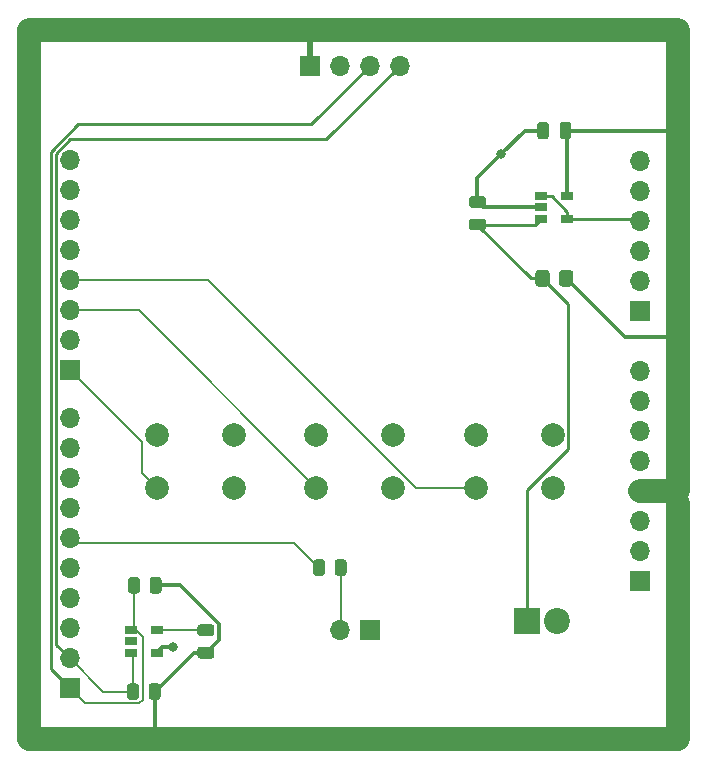
<source format=gbr>
%TF.GenerationSoftware,KiCad,Pcbnew,(5.1.7)-1*%
%TF.CreationDate,2020-11-11T20:37:37-05:00*%
%TF.ProjectId,Temp Probe,54656d70-2050-4726-9f62-652e6b696361,rev?*%
%TF.SameCoordinates,Original*%
%TF.FileFunction,Copper,L1,Top*%
%TF.FilePolarity,Positive*%
%FSLAX46Y46*%
G04 Gerber Fmt 4.6, Leading zero omitted, Abs format (unit mm)*
G04 Created by KiCad (PCBNEW (5.1.7)-1) date 2020-11-11 20:37:37*
%MOMM*%
%LPD*%
G01*
G04 APERTURE LIST*
%TA.AperFunction,ComponentPad*%
%ADD10C,2.200000*%
%TD*%
%TA.AperFunction,ComponentPad*%
%ADD11R,2.200000X2.200000*%
%TD*%
%TA.AperFunction,SMDPad,CuDef*%
%ADD12R,1.060000X0.650000*%
%TD*%
%TA.AperFunction,ComponentPad*%
%ADD13O,1.700000X1.700000*%
%TD*%
%TA.AperFunction,ComponentPad*%
%ADD14R,1.700000X1.700000*%
%TD*%
%TA.AperFunction,ComponentPad*%
%ADD15C,2.000000*%
%TD*%
%TA.AperFunction,ViaPad*%
%ADD16C,0.800000*%
%TD*%
%TA.AperFunction,Conductor*%
%ADD17C,0.300000*%
%TD*%
%TA.AperFunction,Conductor*%
%ADD18C,0.250000*%
%TD*%
%TA.AperFunction,Conductor*%
%ADD19C,2.000000*%
%TD*%
%TA.AperFunction,Conductor*%
%ADD20C,0.500000*%
%TD*%
%TA.AperFunction,Conductor*%
%ADD21C,0.200000*%
%TD*%
G04 APERTURE END LIST*
D10*
%TO.P,TH1,2*%
%TO.N,GND*%
X71750000Y-120000000D03*
D11*
%TO.P,TH1,1*%
%TO.N,Net-(C1-Pad1)*%
X69210000Y-120000000D03*
%TD*%
D12*
%TO.P,U1,5*%
%TO.N,Net-(C3-Pad2)*%
X37850000Y-120800000D03*
%TO.P,U1,4*%
%TO.N,GND*%
X37850000Y-122700000D03*
%TO.P,U1,3*%
%TO.N,/SDA*%
X35650000Y-122700000D03*
%TO.P,U1,2*%
%TO.N,GND*%
X35650000Y-121750000D03*
%TO.P,U1,1*%
%TO.N,/SCL*%
X35650000Y-120800000D03*
%TD*%
%TO.P,U2,5*%
%TO.N,+3V3*%
X72600000Y-84050000D03*
%TO.P,U2,4*%
%TO.N,Net-(J1-Pad4)*%
X72600000Y-85950000D03*
%TO.P,U2,3*%
%TO.N,Net-(C1-Pad1)*%
X70400000Y-85950000D03*
%TO.P,U2,2*%
%TO.N,GND*%
X70400000Y-85000000D03*
%TO.P,U2,1*%
%TO.N,Net-(J1-Pad4)*%
X70400000Y-84050000D03*
%TD*%
%TO.P,R1,2*%
%TO.N,Net-(C1-Pad1)*%
%TA.AperFunction,SMDPad,CuDef*%
G36*
G01*
X71100000Y-90549999D02*
X71100000Y-91450001D01*
G75*
G02*
X70850001Y-91700000I-249999J0D01*
G01*
X70149999Y-91700000D01*
G75*
G02*
X69900000Y-91450001I0J249999D01*
G01*
X69900000Y-90549999D01*
G75*
G02*
X70149999Y-90300000I249999J0D01*
G01*
X70850001Y-90300000D01*
G75*
G02*
X71100000Y-90549999I0J-249999D01*
G01*
G37*
%TD.AperFunction*%
%TO.P,R1,1*%
%TO.N,+3V3*%
%TA.AperFunction,SMDPad,CuDef*%
G36*
G01*
X73100000Y-90549999D02*
X73100000Y-91450001D01*
G75*
G02*
X72850001Y-91700000I-249999J0D01*
G01*
X72149999Y-91700000D01*
G75*
G02*
X71900000Y-91450001I0J249999D01*
G01*
X71900000Y-90549999D01*
G75*
G02*
X72149999Y-90300000I249999J0D01*
G01*
X72850001Y-90300000D01*
G75*
G02*
X73100000Y-90549999I0J-249999D01*
G01*
G37*
%TD.AperFunction*%
%TD*%
%TO.P,R4,2*%
%TO.N,+3V3*%
%TA.AperFunction,SMDPad,CuDef*%
G36*
G01*
X37237500Y-117450001D02*
X37237500Y-116549999D01*
G75*
G02*
X37487499Y-116300000I249999J0D01*
G01*
X38012501Y-116300000D01*
G75*
G02*
X38262500Y-116549999I0J-249999D01*
G01*
X38262500Y-117450001D01*
G75*
G02*
X38012501Y-117700000I-249999J0D01*
G01*
X37487499Y-117700000D01*
G75*
G02*
X37237500Y-117450001I0J249999D01*
G01*
G37*
%TD.AperFunction*%
%TO.P,R4,1*%
%TO.N,/SCL*%
%TA.AperFunction,SMDPad,CuDef*%
G36*
G01*
X35412500Y-117450001D02*
X35412500Y-116549999D01*
G75*
G02*
X35662499Y-116300000I249999J0D01*
G01*
X36187501Y-116300000D01*
G75*
G02*
X36437500Y-116549999I0J-249999D01*
G01*
X36437500Y-117450001D01*
G75*
G02*
X36187501Y-117700000I-249999J0D01*
G01*
X35662499Y-117700000D01*
G75*
G02*
X35412500Y-117450001I0J249999D01*
G01*
G37*
%TD.AperFunction*%
%TD*%
%TO.P,R3,2*%
%TO.N,+3V3*%
%TA.AperFunction,SMDPad,CuDef*%
G36*
G01*
X37150000Y-126450001D02*
X37150000Y-125549999D01*
G75*
G02*
X37399999Y-125300000I249999J0D01*
G01*
X37925001Y-125300000D01*
G75*
G02*
X38175000Y-125549999I0J-249999D01*
G01*
X38175000Y-126450001D01*
G75*
G02*
X37925001Y-126700000I-249999J0D01*
G01*
X37399999Y-126700000D01*
G75*
G02*
X37150000Y-126450001I0J249999D01*
G01*
G37*
%TD.AperFunction*%
%TO.P,R3,1*%
%TO.N,/SDA*%
%TA.AperFunction,SMDPad,CuDef*%
G36*
G01*
X35325000Y-126450001D02*
X35325000Y-125549999D01*
G75*
G02*
X35574999Y-125300000I249999J0D01*
G01*
X36100001Y-125300000D01*
G75*
G02*
X36350000Y-125549999I0J-249999D01*
G01*
X36350000Y-126450001D01*
G75*
G02*
X36100001Y-126700000I-249999J0D01*
G01*
X35574999Y-126700000D01*
G75*
G02*
X35325000Y-126450001I0J249999D01*
G01*
G37*
%TD.AperFunction*%
%TD*%
%TO.P,R2,2*%
%TO.N,Net-(D1-Pad2)*%
%TA.AperFunction,SMDPad,CuDef*%
G36*
G01*
X52900000Y-115950001D02*
X52900000Y-115049999D01*
G75*
G02*
X53149999Y-114800000I249999J0D01*
G01*
X53675001Y-114800000D01*
G75*
G02*
X53925000Y-115049999I0J-249999D01*
G01*
X53925000Y-115950001D01*
G75*
G02*
X53675001Y-116200000I-249999J0D01*
G01*
X53149999Y-116200000D01*
G75*
G02*
X52900000Y-115950001I0J249999D01*
G01*
G37*
%TD.AperFunction*%
%TO.P,R2,1*%
%TO.N,/D12*%
%TA.AperFunction,SMDPad,CuDef*%
G36*
G01*
X51075000Y-115950001D02*
X51075000Y-115049999D01*
G75*
G02*
X51324999Y-114800000I249999J0D01*
G01*
X51850001Y-114800000D01*
G75*
G02*
X52100000Y-115049999I0J-249999D01*
G01*
X52100000Y-115950001D01*
G75*
G02*
X51850001Y-116200000I-249999J0D01*
G01*
X51324999Y-116200000D01*
G75*
G02*
X51075000Y-115950001I0J249999D01*
G01*
G37*
%TD.AperFunction*%
%TD*%
%TO.P,C3,2*%
%TO.N,Net-(C3-Pad2)*%
%TA.AperFunction,SMDPad,CuDef*%
G36*
G01*
X42475000Y-121300000D02*
X41525000Y-121300000D01*
G75*
G02*
X41275000Y-121050000I0J250000D01*
G01*
X41275000Y-120550000D01*
G75*
G02*
X41525000Y-120300000I250000J0D01*
G01*
X42475000Y-120300000D01*
G75*
G02*
X42725000Y-120550000I0J-250000D01*
G01*
X42725000Y-121050000D01*
G75*
G02*
X42475000Y-121300000I-250000J0D01*
G01*
G37*
%TD.AperFunction*%
%TO.P,C3,1*%
%TO.N,+3V3*%
%TA.AperFunction,SMDPad,CuDef*%
G36*
G01*
X42475000Y-123200000D02*
X41525000Y-123200000D01*
G75*
G02*
X41275000Y-122950000I0J250000D01*
G01*
X41275000Y-122450000D01*
G75*
G02*
X41525000Y-122200000I250000J0D01*
G01*
X42475000Y-122200000D01*
G75*
G02*
X42725000Y-122450000I0J-250000D01*
G01*
X42725000Y-122950000D01*
G75*
G02*
X42475000Y-123200000I-250000J0D01*
G01*
G37*
%TD.AperFunction*%
%TD*%
%TO.P,C2,2*%
%TO.N,GND*%
%TA.AperFunction,SMDPad,CuDef*%
G36*
G01*
X71050000Y-78025000D02*
X71050000Y-78975000D01*
G75*
G02*
X70800000Y-79225000I-250000J0D01*
G01*
X70300000Y-79225000D01*
G75*
G02*
X70050000Y-78975000I0J250000D01*
G01*
X70050000Y-78025000D01*
G75*
G02*
X70300000Y-77775000I250000J0D01*
G01*
X70800000Y-77775000D01*
G75*
G02*
X71050000Y-78025000I0J-250000D01*
G01*
G37*
%TD.AperFunction*%
%TO.P,C2,1*%
%TO.N,+3V3*%
%TA.AperFunction,SMDPad,CuDef*%
G36*
G01*
X72950000Y-78025000D02*
X72950000Y-78975000D01*
G75*
G02*
X72700000Y-79225000I-250000J0D01*
G01*
X72200000Y-79225000D01*
G75*
G02*
X71950000Y-78975000I0J250000D01*
G01*
X71950000Y-78025000D01*
G75*
G02*
X72200000Y-77775000I250000J0D01*
G01*
X72700000Y-77775000D01*
G75*
G02*
X72950000Y-78025000I0J-250000D01*
G01*
G37*
%TD.AperFunction*%
%TD*%
%TO.P,C1,2*%
%TO.N,GND*%
%TA.AperFunction,SMDPad,CuDef*%
G36*
G01*
X65475000Y-85050000D02*
X64525000Y-85050000D01*
G75*
G02*
X64275000Y-84800000I0J250000D01*
G01*
X64275000Y-84300000D01*
G75*
G02*
X64525000Y-84050000I250000J0D01*
G01*
X65475000Y-84050000D01*
G75*
G02*
X65725000Y-84300000I0J-250000D01*
G01*
X65725000Y-84800000D01*
G75*
G02*
X65475000Y-85050000I-250000J0D01*
G01*
G37*
%TD.AperFunction*%
%TO.P,C1,1*%
%TO.N,Net-(C1-Pad1)*%
%TA.AperFunction,SMDPad,CuDef*%
G36*
G01*
X65475000Y-86950000D02*
X64525000Y-86950000D01*
G75*
G02*
X64275000Y-86700000I0J250000D01*
G01*
X64275000Y-86200000D01*
G75*
G02*
X64525000Y-85950000I250000J0D01*
G01*
X65475000Y-85950000D01*
G75*
G02*
X65725000Y-86200000I0J-250000D01*
G01*
X65725000Y-86700000D01*
G75*
G02*
X65475000Y-86950000I-250000J0D01*
G01*
G37*
%TD.AperFunction*%
%TD*%
D13*
%TO.P,U3,4*%
%TO.N,/SDA*%
X58430000Y-73000000D03*
%TO.P,U3,3*%
%TO.N,/SCL*%
X55890000Y-73000000D03*
%TO.P,U3,2*%
%TO.N,GND*%
X53350000Y-73000000D03*
D14*
%TO.P,U3,1*%
%TO.N,+3V3*%
X50810000Y-73000000D03*
%TD*%
D15*
%TO.P,SW1,1*%
%TO.N,GND*%
X44360000Y-104250000D03*
%TO.P,SW1,2*%
%TO.N,/D7*%
X44360000Y-108750000D03*
%TO.P,SW1,1*%
%TO.N,GND*%
X37860000Y-104250000D03*
%TO.P,SW1,2*%
%TO.N,/D7*%
X37860000Y-108750000D03*
%TD*%
%TO.P,SW2,1*%
%TO.N,GND*%
X57860000Y-104250000D03*
%TO.P,SW2,2*%
%TO.N,/D5*%
X57860000Y-108750000D03*
%TO.P,SW2,1*%
%TO.N,GND*%
X51360000Y-104250000D03*
%TO.P,SW2,2*%
%TO.N,/D5*%
X51360000Y-108750000D03*
%TD*%
%TO.P,SW3,1*%
%TO.N,GND*%
X71360000Y-104250000D03*
%TO.P,SW3,2*%
%TO.N,/D4*%
X71360000Y-108750000D03*
%TO.P,SW3,1*%
%TO.N,GND*%
X64860000Y-104250000D03*
%TO.P,SW3,2*%
%TO.N,/D4*%
X64860000Y-108750000D03*
%TD*%
D13*
%TO.P,J4,10*%
%TO.N,N/C*%
X30480000Y-102870000D03*
%TO.P,J4,9*%
X30480000Y-105410000D03*
%TO.P,J4,8*%
X30480000Y-107950000D03*
%TO.P,J4,7*%
X30480000Y-110490000D03*
%TO.P,J4,6*%
%TO.N,/D12*%
X30480000Y-113030000D03*
%TO.P,J4,5*%
%TO.N,N/C*%
X30480000Y-115570000D03*
%TO.P,J4,4*%
%TO.N,GND*%
X30480000Y-118110000D03*
%TO.P,J4,3*%
%TO.N,N/C*%
X30480000Y-120650000D03*
%TO.P,J4,2*%
%TO.N,/SDA*%
X30480000Y-123190000D03*
D14*
%TO.P,J4,1*%
%TO.N,/SCL*%
X30480000Y-125730000D03*
%TD*%
D13*
%TO.P,J3,8*%
%TO.N,N/C*%
X78740000Y-98840000D03*
%TO.P,J3,7*%
%TO.N,GND*%
X78740000Y-101380000D03*
%TO.P,J3,6*%
%TO.N,N/C*%
X78740000Y-103920000D03*
%TO.P,J3,5*%
X78740000Y-106460000D03*
%TO.P,J3,4*%
%TO.N,+3V3*%
X78740000Y-109000000D03*
%TO.P,J3,3*%
%TO.N,N/C*%
X78740000Y-111540000D03*
%TO.P,J3,2*%
X78740000Y-114080000D03*
D14*
%TO.P,J3,1*%
X78740000Y-116620000D03*
%TD*%
D13*
%TO.P,J2,8*%
%TO.N,N/C*%
X30480000Y-81030000D03*
%TO.P,J2,7*%
X30480000Y-83570000D03*
%TO.P,J2,6*%
X30480000Y-86110000D03*
%TO.P,J2,5*%
X30480000Y-88650000D03*
%TO.P,J2,4*%
%TO.N,/D4*%
X30480000Y-91190000D03*
%TO.P,J2,3*%
%TO.N,/D5*%
X30480000Y-93730000D03*
%TO.P,J2,2*%
%TO.N,N/C*%
X30480000Y-96270000D03*
D14*
%TO.P,J2,1*%
%TO.N,/D7*%
X30480000Y-98810000D03*
%TD*%
D13*
%TO.P,J1,6*%
%TO.N,N/C*%
X78740000Y-81060000D03*
%TO.P,J1,5*%
X78740000Y-83600000D03*
%TO.P,J1,4*%
%TO.N,Net-(J1-Pad4)*%
X78740000Y-86140000D03*
%TO.P,J1,3*%
%TO.N,N/C*%
X78740000Y-88680000D03*
%TO.P,J1,2*%
X78740000Y-91220000D03*
D14*
%TO.P,J1,1*%
X78740000Y-93760000D03*
%TD*%
D13*
%TO.P,D1,2*%
%TO.N,Net-(D1-Pad2)*%
X53320000Y-120750000D03*
D14*
%TO.P,D1,1*%
%TO.N,GND*%
X55860000Y-120750000D03*
%TD*%
D16*
%TO.N,GND*%
X67000000Y-80500000D03*
X39250000Y-122250000D03*
%TD*%
D17*
%TO.N,GND*%
X69000000Y-78500000D02*
X67000000Y-80500000D01*
X70550000Y-78500000D02*
X69000000Y-78500000D01*
X65000000Y-82500000D02*
X67000000Y-80500000D01*
X65000000Y-84550000D02*
X65000000Y-82500000D01*
X65450000Y-85000000D02*
X65000000Y-84550000D01*
X70400000Y-85000000D02*
X65450000Y-85000000D01*
X38300000Y-122250000D02*
X37850000Y-122700000D01*
X39250000Y-122250000D02*
X38300000Y-122250000D01*
D18*
%TO.N,Net-(C1-Pad1)*%
X72685001Y-93185001D02*
X70500000Y-91000000D01*
X72685001Y-105463997D02*
X72685001Y-93185001D01*
X69210000Y-108938998D02*
X72685001Y-105463997D01*
X69210000Y-120000000D02*
X69210000Y-108938998D01*
X69550000Y-91000000D02*
X65000000Y-86450000D01*
X70500000Y-91000000D02*
X69550000Y-91000000D01*
X69900000Y-86450000D02*
X70400000Y-85950000D01*
X65000000Y-86450000D02*
X69900000Y-86450000D01*
D19*
%TO.N,+3V3*%
X78740000Y-109000000D02*
X82000000Y-109000000D01*
X27000000Y-70000000D02*
X27000000Y-130000000D01*
X82000000Y-130000000D02*
X82000000Y-110000000D01*
D18*
X50810000Y-70190000D02*
X51000000Y-70000000D01*
D20*
X50810000Y-73000000D02*
X50810000Y-70190000D01*
D19*
X51000000Y-70000000D02*
X27000000Y-70000000D01*
X82000000Y-70000000D02*
X51000000Y-70000000D01*
D17*
X72450000Y-78500000D02*
X81750000Y-78500000D01*
D19*
X82000000Y-78250000D02*
X82000000Y-70000000D01*
D17*
X81750000Y-78500000D02*
X82000000Y-78250000D01*
X72600000Y-78650000D02*
X72450000Y-78500000D01*
X72600000Y-84050000D02*
X72600000Y-78650000D01*
X77500000Y-96000000D02*
X82000000Y-96000000D01*
D19*
X82000000Y-96000000D02*
X82000000Y-78250000D01*
D17*
X72500000Y-91000000D02*
X77500000Y-96000000D01*
D19*
X82000000Y-109000000D02*
X82000000Y-96000000D01*
D17*
X44050000Y-129300000D02*
X44750000Y-130000000D01*
D19*
X44750000Y-130000000D02*
X82000000Y-130000000D01*
D18*
X35000000Y-129750000D02*
X34750000Y-130000000D01*
D19*
X27000000Y-130000000D02*
X34750000Y-130000000D01*
D17*
X43075010Y-121624990D02*
X42000000Y-122700000D01*
X43075010Y-120301464D02*
X43075010Y-121624990D01*
X39773546Y-117000000D02*
X43075010Y-120301464D01*
X37750000Y-117000000D02*
X39773546Y-117000000D01*
X40962500Y-122700000D02*
X37662500Y-126000000D01*
X42000000Y-122700000D02*
X40962500Y-122700000D01*
X37662500Y-129412500D02*
X38250000Y-130000000D01*
X37662500Y-126000000D02*
X37662500Y-129412500D01*
D19*
X38250000Y-130000000D02*
X44750000Y-130000000D01*
X34750000Y-130000000D02*
X38250000Y-130000000D01*
D18*
%TO.N,Net-(D1-Pad2)*%
X53320000Y-115680000D02*
X53500000Y-115500000D01*
D21*
X53412500Y-120657500D02*
X53320000Y-120750000D01*
X53412500Y-115500000D02*
X53412500Y-120657500D01*
D18*
%TO.N,Net-(J1-Pad4)*%
X71275000Y-84050000D02*
X70400000Y-84050000D01*
X72600000Y-85375000D02*
X71275000Y-84050000D01*
X72600000Y-85950000D02*
X72600000Y-85375000D01*
X78550000Y-85950000D02*
X78740000Y-86140000D01*
X72600000Y-85950000D02*
X78550000Y-85950000D01*
D21*
%TO.N,/D4*%
X42224002Y-91190000D02*
X30480000Y-91190000D01*
X59784002Y-108750000D02*
X42224002Y-91190000D01*
X64860000Y-108750000D02*
X59784002Y-108750000D01*
%TO.N,/D5*%
X36340000Y-93730000D02*
X30480000Y-93730000D01*
X51360000Y-108750000D02*
X36340000Y-93730000D01*
%TO.N,/D7*%
X36559999Y-104889999D02*
X30480000Y-98810000D01*
X36559999Y-107449999D02*
X36559999Y-104889999D01*
X37860000Y-108750000D02*
X36559999Y-107449999D01*
%TO.N,/D12*%
X30824999Y-113374999D02*
X30480000Y-113030000D01*
X49462499Y-113374999D02*
X30824999Y-113374999D01*
X51587500Y-115500000D02*
X49462499Y-113374999D01*
D18*
%TO.N,/SDA*%
X29304999Y-80465999D02*
X30520998Y-79250000D01*
X29304999Y-122014999D02*
X29304999Y-80465999D01*
X30480000Y-123190000D02*
X29304999Y-122014999D01*
X52180000Y-79250000D02*
X58430000Y-73000000D01*
X30520998Y-79250000D02*
X52180000Y-79250000D01*
D21*
X35837500Y-122887500D02*
X35650000Y-122700000D01*
X35837500Y-126000000D02*
X35837500Y-122887500D01*
X33290000Y-126000000D02*
X30480000Y-123190000D01*
X35837500Y-126000000D02*
X33290000Y-126000000D01*
%TO.N,/SCL*%
X30500000Y-125750000D02*
X30480000Y-125730000D01*
D18*
X28854989Y-124104989D02*
X30480000Y-125730000D01*
X28854989Y-80279599D02*
X28854989Y-124104989D01*
X31152407Y-77982181D02*
X28854989Y-80279599D01*
X50907819Y-77982181D02*
X31152407Y-77982181D01*
X55890000Y-73000000D02*
X50907819Y-77982181D01*
D21*
X35925000Y-120525000D02*
X35650000Y-120800000D01*
X35925000Y-117000000D02*
X35925000Y-120525000D01*
X36327824Y-127000010D02*
X31750010Y-127000010D01*
X36650010Y-126677824D02*
X36327824Y-127000010D01*
X31750010Y-127000010D02*
X30480000Y-125730000D01*
X36650010Y-121355008D02*
X36650010Y-126677824D01*
X36095002Y-120800000D02*
X36650010Y-121355008D01*
X35650000Y-120800000D02*
X36095002Y-120800000D01*
%TO.N,Net-(C3-Pad2)*%
X37850000Y-120800000D02*
X42000000Y-120800000D01*
%TD*%
M02*

</source>
